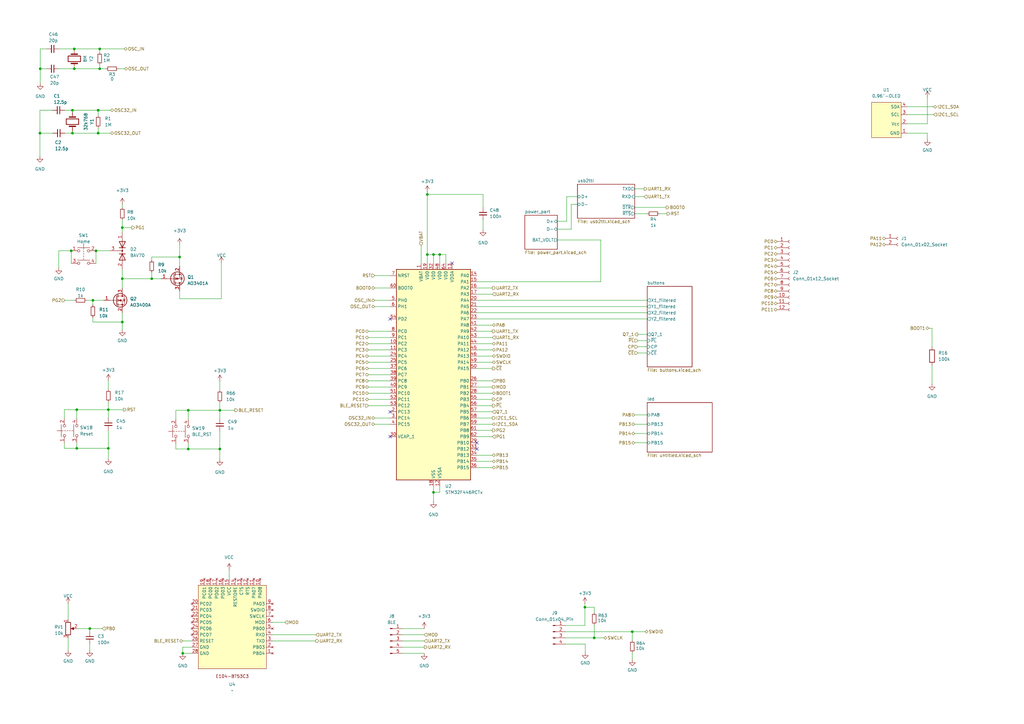
<source format=kicad_sch>
(kicad_sch (version 20231120) (generator "eeschema") (generator_version "8.0")
  (paper "A3")
  (lib_symbols
    (symbol "+3V3_1" (power) (pin_names (offset 0))
      (property "Value" "+3V3" (at 0 3.556 0))
      (symbol "+3V3_1_1_1"
        (pin power_in line (at 0 0 90) (length 0) hide (name "+3V3") (number "1"))
      )
    )
    (symbol "Connector:Conn_01x02_Socket" (pin_names (offset 1.016) hide)
      (property "Reference" "J" (at 0 2.54 0))
      (property "Value" "Conn_01x02_Socket" (at 0 -5.08 0))
      (symbol "Conn_01x02_Socket_1_1"
        (pin passive line (at -5.08 0 0) (length 3.81) (name "Pin_1") (number "1"))
        (pin passive line (at -5.08 -2.54 0) (length 3.81) (name "Pin_2") (number "2"))
      )
    )
    (symbol "Connector:Conn_01x04_Pin" (pin_names (offset 1.016) hide)
      (property "Reference" "J" (at 0 5.08 0))
      (property "Value" "Conn_01x04_Pin" (at 0 -7.62 0))
      (symbol "Conn_01x04_Pin_1_1"
        (pin passive line (at 5.08 2.54 180) (length 3.81) (name "Pin_1") (number "1"))
        (pin passive line (at 5.08 0 180) (length 3.81) (name "Pin_2") (number "2"))
        (pin passive line (at 5.08 -2.54 180) (length 3.81) (name "Pin_3") (number "3"))
        (pin passive line (at 5.08 -5.08 180) (length 3.81) (name "Pin_4") (number "4"))
      )
    )
    (symbol "Connector:Conn_01x05_Pin" (pin_names (offset 1.016) hide)
      (property "Reference" "J" (at 0 7.62 0))
      (property "Value" "Conn_01x05_Pin" (at 0 -7.62 0))
      (symbol "Conn_01x05_Pin_1_1"
        (pin passive line (at 5.08 5.08 180) (length 3.81) (name "Pin_1") (number "1"))
        (pin passive line (at 5.08 2.54 180) (length 3.81) (name "Pin_2") (number "2"))
        (pin passive line (at 5.08 0 180) (length 3.81) (name "Pin_3") (number "3"))
        (pin passive line (at 5.08 -2.54 180) (length 3.81) (name "Pin_4") (number "4"))
        (pin passive line (at 5.08 -5.08 180) (length 3.81) (name "Pin_5") (number "5"))
      )
    )
    (symbol "Connector:Conn_01x12_Socket" (pin_names (offset 1.016) hide)
      (property "Reference" "J" (at 0 15.24 0))
      (property "Value" "Conn_01x12_Socket" (at 0 -17.78 0))
      (symbol "Conn_01x12_Socket_1_1"
        (pin passive line (at -5.08 12.7 0) (length 3.81) (name "Pin_1") (number "1"))
        (pin passive line (at -5.08 -10.16 0) (length 3.81) (name "Pin_10") (number "10"))
        (pin passive line (at -5.08 -12.7 0) (length 3.81) (name "Pin_11") (number "11"))
        (pin passive line (at -5.08 -15.24 0) (length 3.81) (name "Pin_12") (number "12"))
        (pin passive line (at -5.08 10.16 0) (length 3.81) (name "Pin_2") (number "2"))
        (pin passive line (at -5.08 7.62 0) (length 3.81) (name "Pin_3") (number "3"))
        (pin passive line (at -5.08 5.08 0) (length 3.81) (name "Pin_4") (number "4"))
        (pin passive line (at -5.08 2.54 0) (length 3.81) (name "Pin_5") (number "5"))
        (pin passive line (at -5.08 0 0) (length 3.81) (name "Pin_6") (number "6"))
        (pin passive line (at -5.08 -2.54 0) (length 3.81) (name "Pin_7") (number "7"))
        (pin passive line (at -5.08 -5.08 0) (length 3.81) (name "Pin_8") (number "8"))
        (pin passive line (at -5.08 -7.62 0) (length 3.81) (name "Pin_9") (number "9"))
      )
    )
    (symbol "Device:C_Small" (pin_numbers hide) (pin_names (offset 0.254) hide)
      (property "Reference" "C" (at 0.254 1.778 0))
      (property "Value" "C_Small" (at 0.254 -2.032 0))
      (symbol "C_Small_1_1"
        (pin passive line (at 0 2.54 270) (length 2.032) (name "~") (number "1"))
        (pin passive line (at 0 -2.54 90) (length 2.032) (name "~") (number "2"))
      )
    )
    (symbol "Device:Crystal" (pin_numbers hide) (pin_names (offset 1.016) hide)
      (property "Reference" "Y" (at 0 3.81 0))
      (property "Value" "Crystal" (at 0 -3.81 0))
      (symbol "Crystal_1_1"
        (pin passive line (at -3.81 0 0) (length 1.27) (name "1") (number "1"))
        (pin passive line (at 3.81 0 180) (length 1.27) (name "2") (number "2"))
      )
    )
    (symbol "Device:R" (pin_numbers hide) (pin_names (offset 0))
      (property "Reference" "R" (at 2.032 0 90))
      (property "Value" "R" (at 0 0 90))
      (symbol "R_1_1"
        (pin passive line (at 0 3.81 270) (length 1.27) (name "~") (number "1"))
        (pin passive line (at 0 -3.81 90) (length 1.27) (name "~") (number "2"))
      )
    )
    (symbol "Device:R_Potentiometer" (pin_names (offset 1.016) hide)
      (property "Reference" "RV" (at -4.445 0 90))
      (property "Value" "R_Potentiometer" (at -2.54 0 90))
      (symbol "R_Potentiometer_1_1"
        (pin passive line (at 0 3.81 270) (length 1.27) (name "1") (number "1"))
        (pin passive line (at 3.81 0 180) (length 1.27) (name "2") (number "2"))
        (pin passive line (at 0 -3.81 90) (length 1.27) (name "3") (number "3"))
      )
    )
    (symbol "Device:R_Small" (pin_numbers hide) (pin_names (offset 0.254) hide)
      (property "Reference" "R" (at 0.762 0.508 0))
      (property "Value" "R_Small" (at 0.762 -1.016 0))
      (symbol "R_Small_1_1"
        (pin passive line (at 0 2.54 270) (length 0.762) (name "~") (number "1"))
        (pin passive line (at 0 -2.54 90) (length 0.762) (name "~") (number "2"))
      )
    )
    (symbol "Diode:BAV70" (pin_names hide)
      (property "Reference" "D" (at 0.635 -2.54 0))
      (property "Value" "BAV70" (at 0 2.54 0))
      (symbol "BAV70_0_1"
        (pin passive line (at -7.62 0 0) (length 3.81) (name "A") (number "1"))
        (pin passive line (at 7.62 0 180) (length 3.81) (name "A") (number "2"))
        (pin passive line (at 0 -5.08 90) (length 2.54) (name "K") (number "3"))
      )
    )
    (symbol "GND_1" (power) (pin_names (offset 0))
      (property "Value" "GND" (at 0 -3.81 0))
      (symbol "GND_1_1_1"
        (pin power_in line (at 0 0 270) (length 0) hide (name "GND") (number "1"))
      )
    )
    (symbol "GND_2" (power) (pin_names (offset 0))
      (property "Value" "GND" (at 0 -3.81 0))
      (symbol "GND_2_1_1"
        (pin power_in line (at 0 0 270) (length 0) hide (name "GND") (number "1"))
      )
    )
    (symbol "GND_3" (power) (pin_names (offset 0))
      (property "Value" "GND" (at 0 -3.81 0))
      (symbol "GND_3_1_1"
        (pin power_in line (at 0 0 270) (length 0) hide (name "GND") (number "1"))
      )
    )
    (symbol "IVE:0.96{dblquote}-OLED"
      (property "Reference" "U" (at 1.905 3.175 0))
      (property "Value" "0.96{dblquote}-OLED" (at 5.08 1.27 0))
      (symbol "0.96{dblquote}-OLED_1_1"
        (pin power_out line (at 1.905 -14.605 90) (length 2.54) (name "GND") (number "1"))
        (pin power_in line (at 5.715 -14.605 90) (length 2.54) (name "Vcc") (number "2"))
        (pin bidirectional line (at 9.525 -14.605 90) (length 2.54) (name "SCL") (number "3"))
        (pin bidirectional line (at 12.7 -14.605 90) (length 2.54) (name "SDA") (number "4"))
      )
    )
    (symbol "IVE:E104-BT53C3"
      (property "Reference" "U" (at 0 17.78 0))
      (symbol "E104-BT53C3_1_1"
        (text "E104-BT53C3" (at 0 19.558 0) (effects (font (size 1.27 1.27))))
        (pin no_connect line (at -16.51 10.16 0) (length 2.54) (name "PB04") (number "1"))
        (pin no_connect line (at -11.43 -20.32 90) (length 2.54) (name "PA08") (number "10"))
        (pin no_connect line (at -8.89 -20.32 90) (length 2.54) (name "PA07") (number "11"))
        (pin no_connect line (at -6.35 -20.32 90) (length 2.54) (name "RTS") (number "12"))
        (pin no_connect line (at -3.81 -20.32 90) (length 2.54) (name "CTS") (number "13"))
        (pin no_connect line (at -1.27 -20.32 90) (length 2.54) (name "RESTORE") (number "14"))
        (pin power_in line (at 1.27 -20.32 90) (length 2.54) (name "VCC") (number "15"))
        (pin no_connect line (at 3.81 -20.32 90) (length 2.54) (name "PD03") (number "16"))
        (pin no_connect line (at 6.35 -20.32 90) (length 2.54) (name "PD02") (number "17"))
        (pin no_connect line (at 8.89 -20.32 90) (length 2.54) (name "PC00") (number "18"))
        (pin no_connect line (at 11.43 -20.32 90) (length 2.54) (name "PC01") (number "19"))
        (pin no_connect line (at -16.51 7.62 0) (length 2.54) (name "PB03") (number "2"))
        (pin no_connect line (at 16.51 -10.16 180) (length 2.54) (name "PC02") (number "20"))
        (pin no_connect line (at 16.51 -7.62 180) (length 2.54) (name "PC03") (number "21"))
        (pin no_connect line (at 16.51 -5.08 180) (length 2.54) (name "PC04") (number "22"))
        (pin no_connect line (at 16.51 -2.54 180) (length 2.54) (name "PC05") (number "23"))
        (pin no_connect line (at 16.51 0 180) (length 2.54) (name "PC06") (number "24"))
        (pin no_connect line (at 16.51 2.54 180) (length 2.54) (name "PC07") (number "25"))
        (pin bidirectional line (at 16.51 5.08 180) (length 2.54) (name "RESET") (number "26"))
        (pin power_in line (at 16.51 7.62 180) (length 2.54) (name "GND") (number "27"))
        (pin power_in line (at 16.51 10.16 180) (length 2.54) (name "GND") (number "28"))
        (pin output line (at -16.51 5.08 0) (length 2.54) (name "TXD") (number "3"))
        (pin input line (at -16.51 2.54 0) (length 2.54) (name "RXD") (number "4"))
        (pin no_connect line (at -16.51 0 0) (length 2.54) (name "PB00") (number "5"))
        (pin input line (at -16.51 -2.54 0) (length 2.54) (name "MOD") (number "6"))
        (pin no_connect line (at -16.51 -5.08 0) (length 2.54) (name "SWCLK") (number "7"))
        (pin no_connect line (at -16.51 -7.62 0) (length 2.54) (name "SWDIO") (number "8"))
        (pin no_connect line (at -16.51 -10.16 0) (length 2.54) (name "PA03") (number "9"))
      )
    )
    (symbol "MCU_ST_STM32F4:STM32F446RCTx"
      (property "Reference" "U" (at -15.24 44.45 0))
      (property "Value" "STM32F446RCTx" (at 10.16 44.45 0))
      (symbol "STM32F446RCTx_1_1"
        (pin power_in line (at -5.08 45.72 270) (length 2.54) (name "VBAT") (number "1"))
        (pin bidirectional line (at -17.78 12.7 0) (length 2.54) (name "PC2") (number "10"))
        (pin bidirectional line (at -17.78 10.16 0) (length 2.54) (name "PC3") (number "11"))
        (pin power_in line (at 2.54 -45.72 90) (length 2.54) (name "VSSA") (number "12"))
        (pin power_in line (at 7.62 45.72 270) (length 2.54) (name "VDDA") (number "13"))
        (pin bidirectional line (at 17.78 40.64 180) (length 2.54) (name "PA0") (number "14"))
        (pin bidirectional line (at 17.78 38.1 180) (length 2.54) (name "PA1") (number "15"))
        (pin bidirectional line (at 17.78 35.56 180) (length 2.54) (name "PA2") (number "16"))
        (pin bidirectional line (at 17.78 33.02 180) (length 2.54) (name "PA3") (number "17"))
        (pin power_in line (at 0 -45.72 90) (length 2.54) (name "VSS") (number "18"))
        (pin power_in line (at -2.54 45.72 270) (length 2.54) (name "VDD") (number "19"))
        (pin bidirectional line (at -17.78 -15.24 0) (length 2.54) (name "PC13") (number "2"))
        (pin bidirectional line (at 17.78 30.48 180) (length 2.54) (name "PA4") (number "20"))
        (pin bidirectional line (at 17.78 27.94 180) (length 2.54) (name "PA5") (number "21"))
        (pin bidirectional line (at 17.78 25.4 180) (length 2.54) (name "PA6") (number "22"))
        (pin bidirectional line (at 17.78 22.86 180) (length 2.54) (name "PA7") (number "23"))
        (pin bidirectional line (at -17.78 7.62 0) (length 2.54) (name "PC4") (number "24"))
        (pin bidirectional line (at -17.78 5.08 0) (length 2.54) (name "PC5") (number "25"))
        (pin bidirectional line (at 17.78 -2.54 180) (length 2.54) (name "PB0") (number "26"))
        (pin bidirectional line (at 17.78 -5.08 180) (length 2.54) (name "PB1") (number "27"))
        (pin bidirectional line (at 17.78 -7.62 180) (length 2.54) (name "PB2") (number "28"))
        (pin bidirectional line (at 17.78 -27.94 180) (length 2.54) (name "PB10") (number "29"))
        (pin bidirectional line (at -17.78 -17.78 0) (length 2.54) (name "PC14") (number "3"))
        (pin power_out line (at -17.78 -25.4 0) (length 2.54) (name "VCAP_1") (number "30"))
        (pin passive line (at 0 -45.72 90) (length 2.54) hide (name "VSS") (number "31"))
        (pin power_in line (at 0 45.72 270) (length 2.54) (name "VDD") (number "32"))
        (pin bidirectional line (at 17.78 -30.48 180) (length 2.54) (name "PB12") (number "33"))
        (pin bidirectional line (at 17.78 -33.02 180) (length 2.54) (name "PB13") (number "34"))
        (pin bidirectional line (at 17.78 -35.56 180) (length 2.54) (name "PB14") (number "35"))
        (pin bidirectional line (at 17.78 -38.1 180) (length 2.54) (name "PB15") (number "36"))
        (pin bidirectional line (at -17.78 2.54 0) (length 2.54) (name "PC6") (number "37"))
        (pin bidirectional line (at -17.78 0 0) (length 2.54) (name "PC7") (number "38"))
        (pin bidirectional line (at -17.78 -2.54 0) (length 2.54) (name "PC8") (number "39"))
        (pin bidirectional line (at -17.78 -20.32 0) (length 2.54) (name "PC15") (number "4"))
        (pin bidirectional line (at -17.78 -5.08 0) (length 2.54) (name "PC9") (number "40"))
        (pin bidirectional line (at 17.78 20.32 180) (length 2.54) (name "PA8") (number "41"))
        (pin bidirectional line (at 17.78 17.78 180) (length 2.54) (name "PA9") (number "42"))
        (pin bidirectional line (at 17.78 15.24 180) (length 2.54) (name "PA10") (number "43"))
        (pin bidirectional line (at 17.78 12.7 180) (length 2.54) (name "PA11") (number "44"))
        (pin bidirectional line (at 17.78 10.16 180) (length 2.54) (name "PA12") (number "45"))
        (pin bidirectional line (at 17.78 7.62 180) (length 2.54) (name "PA13") (number "46"))
        (pin passive line (at 0 -45.72 90) (length 2.54) hide (name "VSS") (number "47"))
        (pin power_in line (at 2.54 45.72 270) (length 2.54) (name "VDD") (number "48"))
        (pin bidirectional line (at 17.78 5.08 180) (length 2.54) (name "PA14") (number "49"))
        (pin bidirectional line (at -17.78 30.48 0) (length 2.54) (name "PH0") (number "5"))
        (pin bidirectional line (at 17.78 2.54 180) (length 2.54) (name "PA15") (number "50"))
        (pin bidirectional line (at -17.78 -7.62 0) (length 2.54) (name "PC10") (number "51"))
        (pin bidirectional line (at -17.78 -10.16 0) (length 2.54) (name "PC11") (number "52"))
        (pin bidirectional line (at -17.78 -12.7 0) (length 2.54) (name "PC12") (number "53"))
        (pin bidirectional line (at -17.78 22.86 0) (length 2.54) (name "PD2") (number "54"))
        (pin bidirectional line (at 17.78 -10.16 180) (length 2.54) (name "PB3") (number "55"))
        (pin bidirectional line (at 17.78 -12.7 180) (length 2.54) (name "PB4") (number "56"))
        (pin bidirectional line (at 17.78 -15.24 180) (length 2.54) (name "PB5") (number "57"))
        (pin bidirectional line (at 17.78 -17.78 180) (length 2.54) (name "PB6") (number "58"))
        (pin bidirectional line (at 17.78 -20.32 180) (length 2.54) (name "PB7") (number "59"))
        (pin bidirectional line (at -17.78 27.94 0) (length 2.54) (name "PH1") (number "6"))
        (pin input line (at -17.78 35.56 0) (length 2.54) (name "BOOT0") (number "60"))
        (pin bidirectional line (at 17.78 -22.86 180) (length 2.54) (name "PB8") (number "61"))
        (pin bidirectional line (at 17.78 -25.4 180) (length 2.54) (name "PB9") (number "62"))
        (pin passive line (at 0 -45.72 90) (length 2.54) hide (name "VSS") (number "63"))
        (pin power_in line (at 5.08 45.72 270) (length 2.54) (name "VDD") (number "64"))
        (pin input line (at -17.78 40.64 0) (length 2.54) (name "NRST") (number "7"))
        (pin bidirectional line (at -17.78 17.78 0) (length 2.54) (name "PC0") (number "8"))
        (pin bidirectional line (at -17.78 15.24 0) (length 2.54) (name "PC1") (number "9"))
      )
    )
    (symbol "Switch:SW_Push_Dual" (pin_names (offset 1.016) hide)
      (property "Reference" "SW" (at 1.27 2.54 0))
      (property "Value" "SW_Push_Dual" (at 0 -6.858 0))
      (symbol "SW_Push_Dual_0_1"
        (pin passive line (at -5.08 0 0) (length 2.54) (name "1") (number "1"))
        (pin passive line (at 5.08 0 180) (length 2.54) (name "2") (number "2"))
        (pin passive line (at -5.08 -5.08 0) (length 2.54) (name "3") (number "3"))
        (pin passive line (at 5.08 -5.08 180) (length 2.54) (name "4") (number "4"))
      )
    )
    (symbol "Transistor_FET:AO3400A" (pin_names hide)
      (property "Reference" "Q" (at 5.08 1.905 0))
      (property "Value" "AO3400A" (at 5.08 0 0))
      (symbol "AO3400A_1_1"
        (pin input line (at -5.08 0 0) (length 2.54) (name "G") (number "1"))
        (pin passive line (at 2.54 -5.08 90) (length 2.54) (name "S") (number "2"))
        (pin passive line (at 2.54 5.08 270) (length 2.54) (name "D") (number "3"))
      )
    )
    (symbol "Transistor_FET:AO3401A" (pin_names hide)
      (property "Reference" "Q" (at 5.08 1.905 0))
      (property "Value" "AO3401A" (at 5.08 0 0))
      (symbol "AO3401A_1_1"
        (pin input line (at -5.08 0 0) (length 2.54) (name "G") (number "1"))
        (pin passive line (at 2.54 -5.08 90) (length 2.54) (name "S") (number "2"))
        (pin passive line (at 2.54 5.08 270) (length 2.54) (name "D") (number "3"))
      )
    )
    (symbol "power:+3V3" (power) (pin_names (offset 0))
      (property "Value" "+3V3" (at 0 3.556 0))
      (symbol "+3V3_1_1"
        (pin power_in line (at 0 0 90) (length 0) hide (name "+3V3") (number "1"))
      )
    )
    (symbol "power:GND" (power) (pin_names (offset 0))
      (property "Value" "GND" (at 0 -3.81 0))
      (symbol "GND_1_1"
        (pin power_in line (at 0 0 270) (length 0) hide (name "GND") (number "1"))
      )
    )
    (symbol "power:VCC" (power) (pin_names (offset 0))
      (property "Value" "VCC" (at 0 3.81 0))
      (symbol "VCC_1_1"
        (pin power_in line (at 0 0 90) (length 0) hide (name "VCC") (number "1"))
      )
    )
  )
  (junction (at 50.165 93.345))
  (junction (at 175.26 104.394))
  (junction (at 40.894 20.066))
  (junction (at 77.216 184.15))
  (junction (at 177.8 201.93))
  (junction (at 31.496 183.896))
  (junction (at 40.259 45.212))
  (junction (at 16.51 28.194))
  (junction (at 77.216 168.275))
  (junction (at 175.26 79.756))
  (junction (at 50.165 132.08))
  (junction (at 40.259 54.61))
  (junction (at 29.718 45.212))
  (junction (at 44.45 183.896))
  (junction (at 30.48 20.066))
  (junction (at 29.718 54.61))
  (junction (at 259.334 259.08))
  (junction (at 177.8 104.394))
  (junction (at 50.165 114.3))
  (junction (at 243.713 261.62))
  (junction (at 39.37 102.87))
  (junction (at 40.894 28.194))
  (junction (at 44.45 168.021))
  (junction (at 38.1 123.19))
  (junction (at 16.383 54.61))
  (junction (at 36.83 257.81))
  (junction (at 62.23 114.3))
  (junction (at 90.17 184.15))
  (junction (at 239.903 249.047))
  (junction (at 180.34 104.394))
  (junction (at 73.66 105.41))
  (junction (at 90.17 168.275))
  (junction (at 30.48 28.194))
  (junction (at 74.93 267.97))
  (junction (at 29.21 102.87))
  (junction (at 31.496 168.021))
  (no_connect (at 195.58 184.15))
  (no_connect (at 160.02 168.91))
  (no_connect (at 160.02 179.07))
  (no_connect (at 195.58 181.61))
  (no_connect (at 185.42 107.95))
  (no_connect (at 160.02 130.81))
  (wire (pts (xy 201.93 120.65) (xy 195.58 120.65)))
  (wire (pts (xy 173.99 265.43) (xy 165.1 265.43)))
  (wire (pts (xy 40.894 20.066) (xy 50.927 20.066)))
  (wire (pts (xy 239.903 256.54) (xy 231.902 256.54)))
  (wire (pts (xy 201.93 146.05) (xy 195.58 146.05)))
  (wire (pts (xy 380.365 50.8) (xy 372.11 50.8)))
  (wire (pts (xy 259.334 259.08) (xy 259.334 262.636)))
  (wire (pts (xy 180.34 107.95) (xy 180.34 104.394)))
  (wire (pts (xy 260.35 87.63) (xy 265.43 87.63)))
  (wire (pts (xy 30.48 28.194) (xy 40.894 28.194)))
  (wire (pts (xy 151.13 135.89) (xy 160.02 135.89)))
  (wire (pts (xy 175.26 78.74) (xy 175.26 79.756)))
  (wire (pts (xy 243.713 251.206) (xy 243.713 249.047)))
  (wire (pts (xy 77.216 168.275) (xy 72.136 168.275)))
  (wire (pts (xy 175.26 104.394) (xy 175.26 107.95)))
  (wire (pts (xy 93.98 233.68) (xy 93.98 237.49)))
  (wire (pts (xy 50.165 114.3) (xy 50.165 118.11)))
  (wire (pts (xy 372.11 46.99) (xy 382.905 46.99)))
  (wire (pts (xy 380.365 54.61) (xy 380.365 57.15)))
  (wire (pts (xy 260.35 173.99) (xy 265.43 173.99)))
  (wire (pts (xy 175.26 79.756) (xy 175.26 104.394)))
  (wire (pts (xy 38.1 130.175) (xy 38.1 132.08)))
  (wire (pts (xy 26.416 168.021) (xy 26.416 171.577)))
  (wire (pts (xy 180.34 104.394) (xy 177.8 104.394)))
  (wire (pts (xy 151.13 153.67) (xy 160.02 153.67)))
  (wire (pts (xy 48.514 28.194) (xy 51.054 28.194)))
  (wire (pts (xy 151.13 156.21) (xy 160.02 156.21)))
  (wire (pts (xy 153.67 113.03) (xy 160.02 113.03)))
  (wire (pts (xy 231.902 264.16) (xy 240.03 264.16)))
  (wire (pts (xy 173.99 260.35) (xy 165.1 260.35)))
  (wire (pts (xy 228.6 90.805) (xy 232.41 90.805)))
  (wire (pts (xy 30.48 28.194) (xy 24.13 28.194)))
  (wire (pts (xy 27.94 261.62) (xy 27.94 266.7)))
  (wire (pts (xy 39.37 102.87) (xy 45.085 102.87)))
  (wire (pts (xy 151.13 143.51) (xy 160.02 143.51)))
  (wire (pts (xy 182.88 107.95) (xy 182.88 104.394)))
  (wire (pts (xy 151.13 161.29) (xy 160.02 161.29)))
  (wire (pts (xy 195.58 151.13) (xy 201.93 151.13)))
  (wire (pts (xy 36.83 257.81) (xy 36.83 259.08)))
  (wire (pts (xy 62.23 105.41) (xy 73.66 105.41)))
  (wire (pts (xy 177.8 107.95) (xy 177.8 104.394)))
  (wire (pts (xy 44.45 183.896) (xy 44.45 188.087)))
  (wire (pts (xy 372.11 43.815) (xy 382.905 43.815)))
  (wire (pts (xy 38.1 123.19) (xy 42.545 123.19)))
  (wire (pts (xy 44.45 168.021) (xy 50.546 168.021)))
  (wire (pts (xy 29.718 45.212) (xy 40.259 45.212)))
  (wire (pts (xy 260.35 80.645) (xy 264.16 80.645)))
  (wire (pts (xy 151.13 166.37) (xy 160.02 166.37)))
  (wire (pts (xy 40.894 20.066) (xy 40.894 21.463)))
  (wire (pts (xy 111.76 255.27) (xy 116.84 255.27)))
  (wire (pts (xy 77.216 184.15) (xy 72.136 184.15)))
  (wire (pts (xy 260.35 177.8) (xy 265.43 177.8)))
  (wire (pts (xy 40.259 45.212) (xy 45.339 45.212)))
  (wire (pts (xy 73.66 105.41) (xy 73.66 109.22)))
  (wire (pts (xy 165.1 257.81) (xy 173.99 257.81)))
  (wire (pts (xy 24.13 109.855) (xy 24.13 102.87)))
  (wire (pts (xy 50.165 128.27) (xy 50.165 132.08)))
  (wire (pts (xy 38.1 132.08) (xy 50.165 132.08)))
  (wire (pts (xy 29.21 102.87) (xy 29.21 107.95)))
  (wire (pts (xy 180.34 199.39) (xy 180.34 201.93)))
  (wire (pts (xy 50.165 83.82) (xy 50.165 85.09)))
  (wire (pts (xy 74.93 265.43) (xy 78.74 265.43)))
  (wire (pts (xy 90.805 122.555) (xy 73.66 122.555)))
  (wire (pts (xy 153.67 173.99) (xy 160.02 173.99)))
  (wire (pts (xy 260.35 77.47) (xy 264.16 77.47)))
  (wire (pts (xy 73.66 100.33) (xy 73.66 105.41)))
  (wire (pts (xy 195.58 130.81) (xy 265.43 130.81)))
  (wire (pts (xy 153.67 123.19) (xy 160.02 123.19)))
  (wire (pts (xy 177.8 205.74) (xy 177.8 201.93)))
  (wire (pts (xy 151.13 163.83) (xy 160.02 163.83)))
  (wire (pts (xy 151.13 138.43) (xy 160.02 138.43)))
  (wire (pts (xy 172.72 100.711) (xy 172.72 107.95)))
  (wire (pts (xy 177.8 201.93) (xy 177.8 199.39)))
  (wire (pts (xy 90.17 165.1) (xy 90.17 168.275)))
  (wire (pts (xy 175.26 79.756) (xy 198.12 79.756)))
  (wire (pts (xy 195.58 173.99) (xy 201.93 173.99)))
  (wire (pts (xy 153.67 125.73) (xy 160.02 125.73)))
  (wire (pts (xy 30.48 20.066) (xy 24.13 20.066)))
  (wire (pts (xy 201.93 161.29) (xy 195.58 161.29)))
  (wire (pts (xy 31.496 183.896) (xy 44.45 183.896)))
  (wire (pts (xy 50.165 114.3) (xy 62.23 114.3)))
  (wire (pts (xy 195.58 156.21) (xy 201.93 156.21)))
  (wire (pts (xy 90.17 156.337) (xy 90.17 160.02)))
  (wire (pts (xy 36.83 264.16) (xy 36.83 266.7)))
  (wire (pts (xy 232.41 80.645) (xy 236.855 80.645)))
  (wire (pts (xy 195.58 176.53) (xy 201.93 176.53)))
  (wire (pts (xy 201.93 135.89) (xy 195.58 135.89)))
  (wire (pts (xy 40.259 45.212) (xy 40.259 47.371)))
  (wire (pts (xy 111.76 260.35) (xy 129.54 260.35)))
  (wire (pts (xy 372.11 54.61) (xy 380.365 54.61)))
  (wire (pts (xy 29.718 46.101) (xy 29.718 45.212)))
  (wire (pts (xy 232.41 90.805) (xy 232.41 80.645)))
  (wire (pts (xy 35.56 123.19) (xy 38.1 123.19)))
  (wire (pts (xy 24.13 102.87) (xy 29.21 102.87)))
  (wire (pts (xy 50.165 90.17) (xy 50.165 93.345)))
  (wire (pts (xy 73.66 119.38) (xy 73.66 122.555)))
  (wire (pts (xy 62.23 105.41) (xy 62.23 106.68)))
  (wire (pts (xy 182.88 104.394) (xy 180.34 104.394)))
  (wire (pts (xy 29.718 54.61) (xy 40.259 54.61)))
  (wire (pts (xy 151.13 158.75) (xy 160.02 158.75)))
  (wire (pts (xy 30.48 27.94) (xy 30.48 28.194)))
  (wire (pts (xy 234.315 93.98) (xy 234.315 83.82)))
  (wire (pts (xy 151.13 146.05) (xy 160.02 146.05)))
  (wire (pts (xy 195.58 168.91) (xy 201.93 168.91)))
  (wire (pts (xy 16.51 28.194) (xy 16.51 20.066)))
  (wire (pts (xy 40.259 52.451) (xy 40.259 54.61)))
  (wire (pts (xy 228.6 98.425) (xy 246.428 98.425)))
  (wire (pts (xy 195.58 163.83) (xy 201.93 163.83)))
  (wire (pts (xy 165.1 267.97) (xy 173.99 267.97)))
  (wire (pts (xy 31.496 168.021) (xy 31.496 171.577)))
  (wire (pts (xy 74.93 267.97) (xy 74.93 265.43)))
  (wire (pts (xy 21.463 45.212) (xy 16.383 45.212)))
  (wire (pts (xy 195.58 128.27) (xy 265.43 128.27)))
  (wire (pts (xy 90.805 107.95) (xy 90.805 122.555)))
  (wire (pts (xy 260.35 170.18) (xy 265.43 170.18)))
  (wire (pts (xy 90.17 184.15) (xy 90.17 188.341)))
  (wire (pts (xy 381 134.62) (xy 382.27 134.62)))
  (wire (pts (xy 198.12 90.17) (xy 198.12 94.234)))
  (wire (pts (xy 30.48 20.066) (xy 40.894 20.066)))
  (wire (pts (xy 31.496 183.896) (xy 26.416 183.896)))
  (wire (pts (xy 201.93 186.69) (xy 195.58 186.69)))
  (wire (pts (xy 16.383 54.61) (xy 21.59 54.61)))
  (wire (pts (xy 62.23 114.3) (xy 66.04 114.3)))
  (wire (pts (xy 72.136 184.15) (xy 72.136 181.991)))
  (wire (pts (xy 77.216 181.991) (xy 77.216 184.15)))
  (wire (pts (xy 39.37 102.87) (xy 39.37 107.95)))
  (wire (pts (xy 36.83 257.81) (xy 41.91 257.81)))
  (wire (pts (xy 231.902 261.62) (xy 243.713 261.62)))
  (wire (pts (xy 180.34 201.93) (xy 177.8 201.93)))
  (wire (pts (xy 50.165 93.345) (xy 53.975 93.345)))
  (wire (pts (xy 201.93 133.35) (xy 195.58 133.35)))
  (wire (pts (xy 44.45 156.083) (xy 44.45 159.766)))
  (wire (pts (xy 50.165 132.08) (xy 50.165 135.255)))
  (wire (pts (xy 243.713 256.286) (xy 243.713 261.62)))
  (wire (pts (xy 77.216 168.275) (xy 90.17 168.275)))
  (wire (pts (xy 177.8 104.394) (xy 175.26 104.394)))
  (wire (pts (xy 201.93 191.77) (xy 195.58 191.77)))
  (wire (pts (xy 265.43 137.16) (xy 261.62 137.16)))
  (wire (pts (xy 72.136 168.275) (xy 72.136 171.831)))
  (wire (pts (xy 90.17 176.784) (xy 90.17 184.15)))
  (wire (pts (xy 260.35 181.61) (xy 265.43 181.61)))
  (wire (pts (xy 50.165 110.49) (xy 50.165 114.3)))
  (wire (pts (xy 74.93 267.97) (xy 78.74 267.97)))
  (wire (pts (xy 201.93 138.43) (xy 195.58 138.43)))
  (wire (pts (xy 16.51 28.194) (xy 19.05 28.194)))
  (wire (pts (xy 26.416 183.896) (xy 26.416 181.737)))
  (wire (pts (xy 90.17 168.275) (xy 90.17 171.704)))
  (wire (pts (xy 29.718 45.212) (xy 26.543 45.212)))
  (wire (pts (xy 382.27 134.62) (xy 382.27 142.24)))
  (wire (pts (xy 31.75 257.81) (xy 36.83 257.81)))
  (wire (pts (xy 31.496 168.021) (xy 44.45 168.021)))
  (wire (pts (xy 246.428 115.57) (xy 195.58 115.57)))
  (wire (pts (xy 259.334 267.716) (xy 259.334 270.51)))
  (wire (pts (xy 38.1 123.19) (xy 38.1 125.095)))
  (wire (pts (xy 111.76 262.89) (xy 129.54 262.89)))
  (wire (pts (xy 201.93 148.59) (xy 195.58 148.59)))
  (wire (pts (xy 44.45 176.53) (xy 44.45 183.896)))
  (wire (pts (xy 201.93 118.11) (xy 195.58 118.11)))
  (wire (pts (xy 231.902 259.08) (xy 259.334 259.08)))
  (wire (pts (xy 243.713 249.047) (xy 239.903 249.047)))
  (wire (pts (xy 151.13 151.13) (xy 160.02 151.13)))
  (wire (pts (xy 195.58 179.07) (xy 201.93 179.07)))
  (wire (pts (xy 201.93 189.23) (xy 195.58 189.23)))
  (wire (pts (xy 234.315 83.82) (xy 236.855 83.82)))
  (wire (pts (xy 151.13 148.59) (xy 160.02 148.59)))
  (wire (pts (xy 40.894 28.194) (xy 43.434 28.194)))
  (wire (pts (xy 243.713 261.62) (xy 247.65 261.62)))
  (wire (pts (xy 44.45 168.021) (xy 44.45 171.45)))
  (wire (pts (xy 44.45 164.846) (xy 44.45 168.021)))
  (wire (pts (xy 382.27 157.48) (xy 382.27 149.86)))
  (wire (pts (xy 246.428 98.425) (xy 246.428 115.57)))
  (wire (pts (xy 261.62 144.78) (xy 265.43 144.78)))
  (wire (pts (xy 198.12 79.756) (xy 198.12 85.09)))
  (wire (pts (xy 228.6 93.98) (xy 234.315 93.98)))
  (wire (pts (xy 50.165 93.345) (xy 50.165 95.25)))
  (wire (pts (xy 16.383 64.008) (xy 16.383 54.61)))
  (wire (pts (xy 77.216 168.275) (xy 77.216 171.831)))
  (wire (pts (xy 40.259 54.61) (xy 45.339 54.61)))
  (wire (pts (xy 173.99 262.89) (xy 165.1 262.89)))
  (wire (pts (xy 259.334 259.08) (xy 264.541 259.08)))
  (wire (pts (xy 201.93 143.51) (xy 195.58 143.51)))
  (wire (pts (xy 380.365 40.005) (xy 380.365 50.8)))
  (wire (pts (xy 26.67 123.19) (xy 30.48 123.19)))
  (wire (pts (xy 201.93 140.97) (xy 195.58 140.97)))
  (wire (pts (xy 239.903 249.047) (xy 239.903 256.54)))
  (wire (pts (xy 240.03 264.16) (xy 240.03 267.589)))
  (wire (pts (xy 153.67 171.45) (xy 160.02 171.45)))
  (wire (pts (xy 153.67 118.11) (xy 160.02 118.11)))
  (wire (pts (xy 77.216 184.15) (xy 90.17 184.15)))
  (wire (pts (xy 62.23 111.76) (xy 62.23 114.3)))
  (wire (pts (xy 151.13 140.97) (xy 160.02 140.97)))
  (wire (pts (xy 16.383 45.212) (xy 16.383 54.61)))
  (wire (pts (xy 31.496 168.021) (xy 26.416 168.021)))
  (wire (pts (xy 265.43 142.24) (xy 261.62 142.24)))
  (wire (pts (xy 16.51 20.066) (xy 19.05 20.066)))
  (wire (pts (xy 195.58 158.75) (xy 201.93 158.75)))
  (wire (pts (xy 195.58 166.37) (xy 201.93 166.37)))
  (wire (pts (xy 265.43 139.7) (xy 261.62 139.7)))
  (wire (pts (xy 29.718 54.61) (xy 26.67 54.61)))
  (wire (pts (xy 16.51 34.163) (xy 16.51 28.194)))
  (wire (pts (xy 195.58 125.73) (xy 265.43 125.73)))
  (wire (pts (xy 40.894 26.543) (xy 40.894 28.194)))
  (wire (pts (xy 195.58 123.19) (xy 265.43 123.19)))
  (wire (pts (xy 27.94 247.65) (xy 27.94 254)))
  (wire (pts (xy 30.48 20.066) (xy 30.48 20.32)))
  (wire (pts (xy 29.718 53.721) (xy 29.718 54.61)))
  (wire (pts (xy 260.35 85.09) (xy 273.177 85.09)))
  (wire (pts (xy 31.496 181.737) (xy 31.496 183.896)))
  (wire (pts (xy 74.93 262.89) (xy 78.74 262.89)))
  (wire (pts (xy 270.51 87.63) (xy 273.558 87.63)))
  (wire (pts (xy 195.58 171.45) (xy 201.93 171.45)))
  (wire (pts (xy 239.903 247.65) (xy 239.903 249.047)))
  (wire (pts (xy 90.17 168.275) (xy 96.266 168.275)))
  (hierarchical_label "PB15" (shape bidirectional) (at 201.93 191.77 0))
  (hierarchical_label "I2C1_SCL" (shape input) (at 382.905 46.99 0))
  (hierarchical_label "OSC_IN" (shape bidirectional) (at 50.927 20.066 0))
  (hierarchical_label "OSC_OUT" (shape bidirectional) (at 153.67 125.73 180))
  (hierarchical_label "RST" (shape output) (at 273.558 87.63 0))
  (hierarchical_label "CP" (shape output) (at 201.93 163.83 0))
  (hierarchical_label "UART2_TX" (shape input) (at 129.54 260.35 0))
  (hierarchical_label "PA11" (shape bidirectional) (at 201.93 140.97 0))
  (hierarchical_label "PC2" (shape bidirectional) (at 151.13 140.97 180))
  (hierarchical_label "PC6" (shape bidirectional) (at 318.77 114.3 180))
  (hierarchical_label "PC3" (shape bidirectional) (at 318.77 106.68 180))
  (hierarchical_label "BLE_RESET" (shape bidirectional) (at 74.93 262.89 180))
  (hierarchical_label "PC8" (shape bidirectional) (at 318.77 119.38 180))
  (hierarchical_label "UART1_RX" (shape input) (at 201.93 138.43 0))
  (hierarchical_label "BOOT0" (shape output) (at 273.177 85.09 0))
  (hierarchical_label "PC10" (shape bidirectional) (at 151.13 161.29 180))
  (hierarchical_label "I2C1_SDA" (shape bidirectional) (at 382.905 43.815 0))
  (hierarchical_label "RST" (shape output) (at 50.546 168.021 0))
  (hierarchical_label "CP" (shape input) (at 261.62 142.24 180))
  (hierarchical_label "PB13" (shape bidirectional) (at 201.93 186.69 0))
  (hierarchical_label "OSC_OUT" (shape bidirectional) (at 51.054 28.194 0))
  (hierarchical_label "PC8" (shape bidirectional) (at 151.13 156.21 180))
  (hierarchical_label "PB14" (shape bidirectional) (at 260.35 177.8 180))
  (hierarchical_label "OSC32_IN" (shape bidirectional) (at 45.339 45.212 0))
  (hierarchical_label "~{CE}" (shape input) (at 261.62 144.78 180))
  (hierarchical_label "UART2_TX" (shape input) (at 173.99 262.89 0))
  (hierarchical_label "PC11" (shape bidirectional) (at 318.77 127 180))
  (hierarchical_label "UART2_RX" (shape output) (at 173.99 265.43 0))
  (hierarchical_label "PC0" (shape bidirectional) (at 318.77 99.06 180))
  (hierarchical_label "PC2" (shape bidirectional) (at 318.77 104.14 180))
  (hierarchical_label "~{CE}" (shape output) (at 201.93 151.13 0))
  (hierarchical_label "BLE_RESET" (shape output) (at 96.266 168.275 0))
  (hierarchical_label "PC9" (shape bidirectional) (at 151.13 158.75 180))
  (hierarchical_label "PC10" (shape bidirectional) (at 318.77 124.46 180))
  (hierarchical_label "PC4" (shape bidirectional) (at 151.13 146.05 180))
  (hierarchical_label "PC0" (shape bidirectional) (at 151.13 135.89 180))
  (hierarchical_label "UART1_TX" (shape output) (at 201.93 135.89 0))
  (hierarchical_label "PG2" (shape output) (at 201.93 176.53 0))
  (hierarchical_label "BOOT0" (shape bidirectional) (at 153.67 118.11 180))
  (hierarchical_label "PA8" (shape bidirectional) (at 260.35 170.18 180))
  (hierarchical_label "PC9" (shape bidirectional) (at 318.77 121.92 180))
  (hierarchical_label "SWCLK" (shape bidirectional) (at 201.93 148.59 0))
  (hierarchical_label "MOD" (shape input) (at 173.9442 260.35 0))
  (hierarchical_label "OSC32_OUT" (shape bidirectional) (at 45.339 54.61 0))
  (hierarchical_label "PG1" (shape output) (at 53.975 93.345 0))
  (hierarchical_label "MOD" (shape output) (at 201.93 158.75 0))
  (hierarchical_label "I2C1_SDA" (shape bidirectional) (at 201.93 173.99 0))
  (hierarchical_label "PB0" (shape input) (at 41.91 257.81 0))
  (hierarchical_label "OSC32_IN" (shape bidirectional) (at 153.67 171.45 180))
  (hierarchical_label "PC7" (shape bidirectional) (at 318.77 116.84 180))
  (hierarchical_label "SWDIO" (shape bidirectional) (at 201.93 146.05 0))
  (hierarchical_label "Q7_1" (shape output) (at 261.62 137.16 180))
  (hierarchical_label "PC1" (shape bidirectional) (at 318.77 101.6 180))
  (hierarchical_label "PG2" (shape input) (at 26.67 123.19 180))
  (hierarchical_label "UART1_RX" (shape output) (at 264.16 77.47 0))
  (hierarchical_label "UART2_TX" (shape output) (at 201.93 118.11 0))
  (hierarchical_label "OSC_IN" (shape bidirectional) (at 153.67 123.19 180))
  (hierarchical_label "PB13" (shape bidirectional) (at 260.35 173.99 180))
  (hierarchical_label "PA8" (shape bidirectional) (at 201.93 133.35 0))
  (hierarchical_label "PC1" (shape bidirectional) (at 151.13 138.43 180))
  (hierarchical_label "PA12" (shape bidirectional) (at 201.93 143.51 0))
  (hierarchical_label "PA11" (shape bidirectional) (at 363.22 97.79 180))
  (hierarchical_label "PB15" (shape bidirectional) (at 260.35 181.61 180))
  (hierarchical_label "UART2_RX" (shape output) (at 129.54 262.89 0))
  (hierarchical_label "UART1_TX" (shape input) (at 264.16 80.645 0))
  (hierarchical_label "UART2_RX" (shape input) (at 201.93 120.65 0))
  (hierarchical_label "BOOT1" (shape bidirectional) (at 381 134.62 180))
  (hierarchical_label "RST" (shape input) (at 153.67 113.03 180))
  (hierarchical_label "~{PL}" (shape input) (at 261.62 139.7 180))
  (hierarchical_label "BLE_RESET" (shape input) (at 151.13 166.37 180))
  (hierarchical_label "Q7_1" (shape input) (at 201.93 168.91 0))
  (hierarchical_label "PC5" (shape bidirectional) (at 151.13 148.59 180))
  (hierarchical_label "MOD" (shape input) (at 116.84 255.27 0))
  (hierarchical_label "PB14" (shape bidirectional) (at 201.93 189.23 0))
  (hierarchical_label "PC6" (shape bidirectional) (at 151.13 151.13 180))
  (hierarchical_label "I2C1_SCL" (shape output) (at 201.93 171.45 0))
  (hierarchical_label "PC3" (shape bidirectional) (at 151.13 143.51 180))
  (hierarchical_label "PC7" (shape bidirectional) (at 151.13 153.67 180))
  (hierarchical_label "SWDIO" (shape bidirectional) (at 264.541 259.08 0))
  (hierarchical_label "PC11" (shape bidirectional) (at 151.13 163.83 180))
  (hierarchical_label "PC5" (shape bidirectional) (at 318.77 111.76 180))
  (hierarchical_label "PG1" (shape input) (at 201.93 179.07 0))
  (hierarchical_label "BOOT1" (shape bidirectional) (at 201.93 161.29 0))
  (hierarchical_label "PC4" (shape bidirectional) (at 318.77 109.22 180))
  (hierarchical_label "PA12" (shape bidirectional) (at 363.22 100.33 180))
  (hierarchical_label "~{PL}" (shape output) (at 201.93 166.37 0))
  (hierarchical_label "VBAT" (shape input) (at 172.72 100.711 90))
  (hierarchical_label "SWCLK" (shape bidirectional) (at 247.65 261.62 0))
  (hierarchical_label "PB0" (shape input) (at 201.93 156.21 0))
  (hierarchical_label "OSC32_OUT" (shape bidirectional) (at 153.67 173.99 180))
  (symbol (lib_id "Device:R_Small") (at 50.165 87.63 180) (unit 1)
    (property "Reference" "R8" (at 52.07 86.995 0) (effects (justify right)))
    (property "Value" "10k" (at 52.07 89.535 0) (effects (justify right)))
    (property "Footprint" "Resistor_SMD:R_0603_1608Metric" (effects (hide yes)))
  )
  (symbol (lib_id "Device:C_Small") (at 90.17 174.244 0) (unit 1)
    (property "Reference" "C49" (at 93.345 172.9803 0) (effects (justify left)))
    (property "Value" "1u" (at 93.345 175.5203 0) (effects (justify left)))
    (property "Footprint" "Capacitor_SMD:C_0603_1608Metric" (effects (hide yes)))
  )
  (symbol (lib_name "+3V3_1") (lib_id "power:+3V3") (at 173.99 257.81 0) (unit 1)
    (property "Reference" "#PWR036" (effects (hide yes)))
    (property "Value" "+3V3" (at 173.99 252.73 0))
    (property "Description" "Power symbol creates a global label with name \"+3V3\"" (effects (hide yes)))
  )
  (symbol (lib_id "power:+3V3") (at 50.165 83.82 0) (unit 1)
    (property "Reference" "#PWR017" (effects (hide yes)))
    (property "Value" "+3V3" (at 50.165 78.105 0))
  )
  (symbol (lib_id "Connector:Conn_01x12_Socket") (at 323.85 111.76 0) (unit 1)
    (property "Reference" "J2" (at 325.12 111.7599 0) (effects (justify left)))
    (property "Value" "Conn_01x12_Socket" (at 325.12 114.2999 0) (effects (justify left)))
    (property "Footprint" "Connector_PinSocket_2.54mm:PinSocket_1x12_P2.54mm_Vertical" (effects (hide yes)))
    (property "Description" "Generic connector, single row, 01x12, script generated" (effects (hide yes)))
  )
  (symbol (lib_id "power:GND") (at 380.365 57.15 0) (unit 1)
    (property "Reference" "#PWR09" (effects (hide yes)))
    (property "Value" "GND" (at 380.365 61.595 0))
  )
  (symbol (lib_id "power:+3V3") (at 90.17 156.337 0) (unit 1)
    (property "Reference" "#PWR0126" (effects (hide yes)))
    (property "Value" "+3V3" (at 90.17 152.019 0))
  )
  (symbol (lib_id "power:+3V3") (at 175.26 78.74 0) (unit 1)
    (property "Reference" "#PWR04" (effects (hide yes)))
    (property "Value" "+3V3" (at 175.26 74.422 0))
  )
  (symbol (lib_id "power:GND") (at 24.13 109.855 0) (unit 1)
    (property "Reference" "#PWR022" (effects (hide yes)))
    (property "Value" "GND" (at 24.13 114.3 0))
  )
  (symbol (lib_id "Device:R_Small") (at 267.97 87.63 90) (unit 1)
    (property "Reference" "R4" (at 267.97 89.916 90))
    (property "Value" "1k" (at 267.97 92.456 90))
    (property "Footprint" "Resistor_SMD:R_0603_1608Metric" (effects (hide yes)))
  )
  (symbol (lib_id "power:GND") (at 50.165 135.255 0) (unit 1)
    (property "Reference" "#PWR026" (effects (hide yes)))
    (property "Value" "GND" (at 50.165 139.7 0))
  )
  (symbol (lib_id "Device:C_Small") (at 24.003 45.212 270) (unit 1)
    (property "Reference" "C1" (at 21.971 39.37 90) (effects (justify left)))
    (property "Value" "12.5p" (at 21.971 41.91 90) (effects (justify left)))
    (property "Footprint" "Capacitor_SMD:C_0603_1608Metric" (effects (hide yes)))
  )
  (symbol (lib_id "Device:R_Potentiometer") (at 27.94 257.81 0) (unit 1)
    (property "Reference" "RV1" (at 26.035 257.175 0) (effects (justify right)))
    (property "Value" "10k" (at 26.035 259.715 0) (effects (justify right)))
    (property "Footprint" "Connector_PinSocket_2.54mm:PinSocket_1x03_P2.54mm_Vertical" (effects (hide yes)))
  )
  (symbol (lib_id "power:GND") (at 16.51 34.163 0) (unit 1)
    (property "Reference" "#PWR03" (effects (hide yes)))
    (property "Value" "GND" (at 16.51 39.497 0))
  )
  (symbol (lib_id "Switch:SW_Push_Dual") (at 72.136 176.911 90) (unit 1)
    (property "Reference" "SW19" (at 78.74 175.6409 90) (effects (justify right)))
    (property "Value" "BLE_RST" (at 78.74 178.1809 90) (effects (justify right)))
    (property "Footprint" "IVE:SW-6-6" (effects (hide yes)))
  )
  (symbol (lib_id "Device:R_Small") (at 259.334 265.176 0) (unit 1)
    (property "Reference" "R64" (at 260.858 263.906 0) (effects (justify left)))
    (property "Value" "10k" (at 260.731 265.938 0) (effects (justify left)))
    (property "Footprint" "Resistor_SMD:R_0603_1608Metric" (effects (hide yes)))
  )
  (symbol (lib_id "power:GND") (at 177.8 205.74 0) (unit 1)
    (property "Reference" "#PWR07" (effects (hide yes)))
    (property "Value" "GND" (at 177.8 211.074 0))
  )
  (symbol (lib_id "IVE:E104-BT53C3") (at 95.25 257.81 180) (unit 1)
    (property "Reference" "U4" (at 95.25 280.67 0))
    (property "Value" "~" (at 95.25 283.21 0))
    (property "Footprint" "IVE:E104-BT53C3" (effects (hide yes)))
    (property "Datasheet" "https://www.cdebyte.com/products/E104-BT53C3" (effects (hide yes)))
  )
  (symbol (lib_id "Device:C_Small") (at 198.12 87.63 0) (unit 1)
    (property "Reference" "C48" (at 200.787 86.233 0) (effects (justify left)))
    (property "Value" "100n" (at 200.787 88.773 0) (effects (justify left)))
    (property "Footprint" "Capacitor_SMD:C_0603_1608Metric" (effects (hide yes)))
  )
  (symbol (lib_id "power:GND") (at 44.45 188.087 0) (unit 1)
    (property "Reference" "#PWR0118" (effects (hide yes)))
    (property "Value" "GND" (at 44.45 193.421 0))
  )
  (symbol (lib_name "GND_2") (lib_id "power:GND") (at 74.93 267.97 0) (unit 1)
    (property "Reference" "#PWR012" (effects (hide yes)))
    (property "Value" "GND" (at 74.93 273.05 0))
    (property "Description" "Power symbol creates a global label with name \"GND\" , ground" (effects (hide yes)))
  )
  (symbol (lib_id "Device:C_Small") (at 24.13 54.61 270) (unit 1)
    (property "Reference" "C2" (at 22.479 58.42 90) (effects (justify left)))
    (property "Value" "12.5p" (at 22.479 60.96 90) (effects (justify left)))
    (property "Footprint" "Capacitor_SMD:C_0603_1608Metric" (effects (hide yes)))
  )
  (symbol (lib_id "power:VCC") (at 380.365 40.005 0) (unit 1)
    (property "Reference" "#PWR02" (effects (hide yes)))
    (property "Value" "VCC" (at 380.365 36.83 0))
  )
  (symbol (lib_id "Connector:Conn_01x04_Pin") (at 226.822 259.08 0) (unit 1)
    (property "Reference" "J9" (at 227.457 251.46 0))
    (property "Value" "Conn_01x04_Pin" (at 227.457 254 0))
    (property "Footprint" "Connector_PinHeader_2.54mm:PinHeader_1x04_P2.54mm_Vertical" (effects (hide yes)))
  )
  (symbol (lib_id "Device:R_Small") (at 44.45 162.306 0) (unit 1)
    (property "Reference" "R17" (at 46.99 161.036 0) (effects (justify left)))
    (property "Value" "10k" (at 46.99 163.576 0) (effects (justify left)))
    (property "Footprint" "Resistor_SMD:R_0603_1608Metric" (effects (hide yes)))
  )
  (symbol (lib_id "power:VCC") (at 93.98 233.68 0) (unit 1)
    (property "Reference" "#PWR011" (effects (hide yes)))
    (property "Value" "VCC" (at 93.98 228.6 0))
    (property "Description" "Power symbol creates a global label with name \"VCC\"" (effects (hide yes)))
  )
  (symbol (lib_id "Device:Crystal") (at 30.48 24.13 270) (unit 1)
    (property "Reference" "Y2" (at 37.465 24.13 0))
    (property "Value" "8M" (at 34.925 24.13 0))
    (property "Footprint" "Crystal:Crystal_SMD_5032-2Pin_5.0x3.2mm" (effects (hide yes)))
  )
  (symbol (lib_id "power:+3V3") (at 239.903 247.65 0) (unit 1)
    (property "Reference" "#PWR0119" (effects (hide yes)))
    (property "Value" "+3V3" (at 239.903 243.332 0))
  )
  (symbol (lib_id "power:+3V3") (at 73.66 100.33 0) (unit 1)
    (property "Reference" "#PWR020" (effects (hide yes)))
    (property "Value" "+3V3" (at 73.66 94.615 0))
  )
  (symbol (lib_id "Device:R") (at 382.27 146.05 0) (unit 1)
    (property "Reference" "R16" (at 384.81 144.7799 0) (effects (justify left)))
    (property "Value" "100k" (at 384.81 147.3199 0) (effects (justify left)))
    (property "Footprint" "Resistor_SMD:R_0603_1608Metric" (effects (hide yes)))
    (property "Description" "Resistor" (effects (hide yes)))
  )
  (symbol (lib_id "Transistor_FET:AO3400A") (at 47.625 123.19 0) (unit 1)
    (property "Reference" "Q2" (at 53.34 122.555 0) (effects (justify left)))
    (property "Value" "AO3400A" (at 53.34 125.095 0) (effects (justify left)))
    (property "Footprint" "Package_TO_SOT_SMD:SOT-23" (effects (hide yes)))
    (property "Datasheet" "http://www.aosmd.com/pdfs/datasheet/AO3400A.pdf" (effects (hide yes)))
  )
  (symbol (lib_id "Switch:SW_Push_Dual") (at 34.29 102.87 0) (unit 1)
    (property "Reference" "SW1" (at 34.29 96.52 0))
    (property "Value" "Home" (at 34.29 99.06 0))
    (property "Footprint" "IVE:SW-6-6" (effects (hide yes)))
  )
  (symbol (lib_id "Device:R_Small") (at 40.259 49.911 0) (unit 1)
    (property "Reference" "R1" (at 42.926 48.641 0) (effects (justify left)))
    (property "Value" "1M" (at 42.926 51.181 0) (effects (justify left)))
    (property "Footprint" "Resistor_SMD:R_0603_1608Metric" (effects (hide yes)))
  )
  (symbol (lib_id "power:GND") (at 198.12 94.234 0) (unit 1)
    (property "Reference" "#PWR05" (effects (hide yes)))
    (property "Value" "GND" (at 198.12 99.568 0))
  )
  (symbol (lib_name "GND_3") (lib_id "power:GND") (at 382.27 157.48 0) (unit 1)
    (property "Reference" "#PWR050" (effects (hide yes)))
    (property "Value" "GND" (at 382.27 162.56 0))
    (property "Description" "Power symbol creates a global label with name \"GND\" , ground" (effects (hide yes)))
  )
  (symbol (lib_id "power:GND") (at 16.383 64.008 0) (unit 1)
    (property "Reference" "#PWR01" (effects (hide yes)))
    (property "Value" "GND" (at 16.383 69.342 0))
  )
  (symbol (lib_id "power:+3V3") (at 44.45 156.083 0) (unit 1)
    (property "Reference" "#PWR058" (effects (hide yes)))
    (property "Value" "+3V3" (at 44.45 151.765 0))
  )
  (symbol (lib_id "Device:R_Small") (at 243.713 253.746 0) (unit 1)
    (property "Reference" "R63" (at 245.237 252.476 0) (effects (justify left)))
    (property "Value" "10k" (at 245.11 254.508 0) (effects (justify left)))
    (property "Footprint" "Resistor_SMD:R_0603_1608Metric" (effects (hide yes)))
  )
  (symbol (lib_id "Device:R_Small") (at 45.974 28.194 90) (unit 1)
    (property "Reference" "R3" (at 45.974 30.48 90))
    (property "Value" "0" (at 45.974 32.385 90))
    (property "Footprint" "Resistor_SMD:R_0603_1608Metric" (effects (hide yes)))
  )
  (symbol (lib_id "power:GND") (at 240.03 267.589 0) (unit 1)
    (property "Reference" "#PWR0122" (effects (hide yes)))
    (property "Value" "GND" (at 240.03 271.907 0))
  )
  (symbol (lib_id "Device:C_Small") (at 21.59 28.194 270) (unit 1)
    (property "Reference" "C47" (at 20.447 31.496 90) (effects (justify left)))
    (property "Value" "20p" (at 20.447 34.036 90) (effects (justify left)))
    (property "Footprint" "Capacitor_SMD:C_0603_1608Metric" (effects (hide yes)))
  )
  (symbol (lib_id "Transistor_FET:AO3401A") (at 71.12 114.3 0) (mirror x) (unit 1)
    (property "Reference" "Q1" (at 76.835 113.665 0) (effects (justify left)))
    (property "Value" "AO3401A" (at 76.835 116.205 0) (effects (justify left)))
    (property "Footprint" "Package_TO_SOT_SMD:SOT-23" (effects (hide yes)))
    (property "Datasheet" "http://www.aosmd.com/pdfs/datasheet/AO3401A.pdf" (effects (hide yes)))
  )
  (symbol (lib_id "Device:R_Small") (at 62.23 109.22 180) (unit 1)
    (property "Reference" "R9" (at 64.77 108.585 0) (effects (justify right)))
    (property "Value" "10k" (at 64.77 111.125 0) (effects (justify right)))
    (property "Footprint" "Resistor_SMD:R_0603_1608Metric" (effects (hide yes)))
  )
  (symbol (lib_id "power:GND") (at 259.334 270.51 0) (unit 1)
    (property "Reference" "#PWR0123" (effects (hide yes)))
    (property "Value" "GND" (at 259.334 274.828 0))
  )
  (symbol (lib_name "GND_1") (lib_id "power:GND") (at 173.99 267.97 0) (unit 1)
    (property "Reference" "#PWR049" (effects (hide yes)))
    (property "Value" "GND" (at 173.99 273.05 0))
    (property "Description" "Power symbol creates a global label with name \"GND\" , ground" (effects (hide yes)))
  )
  (symbol (lib_id "IVE:0.96{dblquote}-OLED") (at 357.505 56.515 90) (unit 1)
    (property "Reference" "U1" (at 363.5375 36.83 90))
    (property "Value" "0.96\"-OLED" (at 363.5375 39.37 90))
    (property "Footprint" "IVE:0.96-OLED" (effects (hide yes)))
  )
  (symbol (lib_id "power:GND") (at 90.17 188.341 0) (unit 1)
    (property "Reference" "#PWR0127" (effects (hide yes)))
    (property "Value" "GND" (at 90.17 193.675 0))
  )
  (symbol (lib_id "Switch:SW_Push_Dual") (at 26.416 176.657 90) (unit 1)
    (property "Reference" "SW18" (at 32.766 175.3869 90) (effects (justify right)))
    (property "Value" "Reset" (at 32.766 177.9269 90) (effects (justify right)))
    (property "Footprint" "IVE:SW-6-6" (effects (hide yes)))
  )
  (symbol (lib_id "Connector:Conn_01x05_Pin") (at 160.02 262.89 0) (unit 1)
    (property "Reference" "J8" (at 160.655 252.73 0))
    (property "Value" "BLE" (at 160.655 255.27 0))
    (property "Footprint" "Connector_PinHeader_2.54mm:PinHeader_1x05_P2.54mm_Vertical" (effects (hide yes)))
    (property "Description" "Generic connector, single row, 01x05, script generated" (effects (hide yes)))
  )
  (symbol (lib_id "power:GND") (at 36.83 266.7 0) (unit 1)
    (property "Reference" "#PWR024" (effects (hide yes)))
    (property "Value" "GND" (at 36.83 271.145 0))
  )
  (symbol (lib_id "Connector:Conn_01x02_Socket") (at 368.3 97.79 0) (unit 1)
    (property "Reference" "J1" (at 369.57 97.7899 0) (effects (justify left)))
    (property "Value" "Conn_01x02_Socket" (at 369.57 100.3299 0) (effects (justify left)))
    (property "Footprint" "Connector_PinSocket_2.54mm:PinSocket_1x02_P2.54mm_Vertical" (effects (hide yes)))
    (property "Description" "Generic connector, single row, 01x02, script generated" (effects (hide yes)))
  )
  (symbol (lib_id "Device:R_Small") (at 38.1 127.635 180) (unit 1)
    (property "Reference" "R11" (at 40.64 127 0) (effects (justify right)))
    (property "Value" "10k" (at 40.64 129.54 0) (effects (justify right)))
    (property "Footprint" "Resistor_SMD:R_0603_1608Metric" (effects (hide yes)))
  )
  (symbol (lib_id "Diode:BAV70") (at 50.165 102.87 270) (unit 1)
    (property "Reference" "D2" (at 53.34 102.235 90) (effects (justify left)))
    (property "Value" "BAV70" (at 53.34 104.775 90) (effects (justify left)))
    (property "Footprint" "Package_TO_SOT_SMD:SOT-23" (effects (hide yes)))
    (property "Datasheet" "https://assets.nexperia.com/documents/data-sheet/BAV70_SER.pdf" (effects (hide yes)))
  )
  (symbol (lib_id "Device:C_Small") (at 21.59 20.066 270) (unit 1)
    (property "Reference" "C46" (at 19.939 14.097 90) (effects (justify left)))
    (property "Value" "20p" (at 19.939 16.637 90) (effects (justify left)))
    (property "Footprint" "Capacitor_SMD:C_0603_1608Metric" (effects (hide yes)))
  )
  (symbol (lib_id "Device:Crystal") (at 29.718 49.911 90) (unit 1)
    (property "Reference" "Y1" (at 37.719 49.911 0))
    (property "Value" "32k768" (at 35.179 49.911 0))
    (property "Footprint" "Crystal:Crystal_SMD_3215-2Pin_3.2x1.5mm" (effects (hide yes)))
  )
  (symbol (lib_id "power:VCC") (at 27.94 247.65 0) (unit 1)
    (property "Reference" "#PWR018" (effects (hide yes)))
    (property "Value" "VCC" (at 27.94 244.475 0))
  )
  (symbol (lib_id "MCU_ST_STM32F4:STM32F446RCTx") (at 177.8 153.67 0) (unit 1)
    (property "Reference" "U2" (at 182.5341 199.39 0) (effects (justify left)))
    (property "Value" "STM32F446RCTx" (at 182.5341 201.93 0) (effects (justify left)))
    (property "Footprint" "Package_QFP:LQFP-64_10x10mm_P0.5mm" (effects (hide yes)))
    (property "Datasheet" "https://www.st.com/resource/en/datasheet/stm32f446rc.pdf" (effects (hide yes)))
    (property "Description" "STMicroelectronics Arm Cortex-M4 MCU, 256KB flash, 128KB RAM, 180 MHz, 1.8-3.6V, 50 GPIO, LQFP64" (effects (hide yes)))
  )
  (symbol (lib_id "Device:C_Small") (at 36.83 261.62 0) (unit 1)
    (property "Reference" "C3" (at 40.005 260.9913 0) (effects (justify left)))
    (property "Value" "100n" (at 40.005 263.5313 0) (effects (justify left)))
    (property "Footprint" "Capacitor_SMD:C_0603_1608Metric" (effects (hide yes)))
  )
  (symbol (lib_id "Device:R_Small") (at 90.17 162.56 0) (unit 1)
    (property "Reference" "R66" (at 92.71 161.29 0) (effects (justify left)))
    (property "Value" "10k" (at 92.71 163.83 0) (effects (justify left)))
    (property "Footprint" "Resistor_SMD:R_0603_1608Metric" (effects (hide yes)))
  )
  (symbol (lib_id "power:GND") (at 27.94 266.7 0) (unit 1)
    (property "Reference" "#PWR023" (effects (hide yes)))
    (property "Value" "GND" (at 27.94 271.145 0))
  )
  (symbol (lib_id "power:VCC") (at 90.805 107.95 0) (unit 1)
    (property "Reference" "#PWR021" (effects (hide yes)))
    (property "Value" "VCC" (at 90.805 104.775 0))
  )
  (symbol (lib_id "Device:R_Small") (at 33.02 123.19 270) (unit 1)
    (property "Reference" "R10" (at 33.02 118.745 90))
    (property "Value" "1k" (at 33.02 121.285 90))
    (property "Footprint" "Resistor_SMD:R_0603_1608Metric" (effects (hide yes)))
  )
  (symbol (lib_id "Device:C_Small") (at 44.45 173.99 0) (unit 1)
    (property "Reference" "C45" (at 47.625 172.7263 0) (effects (justify left)))
    (property "Value" "1u" (at 47.625 175.2663 0) (effects (justify left)))
    (property "Footprint" "Capacitor_SMD:C_0603_1608Metric" (effects (hide yes)))
  )
  (symbol (lib_id "Device:R_Small") (at 40.894 24.003 0) (unit 1)
    (property "Reference" "R2" (at 42.418 22.733 0) (effects (justify left)))
    (property "Value" "1M" (at 42.291 24.765 0) (effects (justify left)))
    (property "Footprint" "Resistor_SMD:R_0603_1608Metric" (effects (hide yes)))
  )
  (sheet (at 236.855 75.565) (size 23.495 13.97) (stroke (width 0.1524))
    (property "Sheetname" "usb2ttl" (at 236.855 74.8534 0) (effects (justify left bottom)))
    (property "Sheetfile" "usb2ttl.kicad_sch" (at 236.855 90.1196 0) (effects (justify left top)))
    (pin "TXD" output (at 260.35 77.47 0))
    (pin "RXD" input (at 260.35 80.645 0))
    (pin "D-" bidirectional (at 236.855 83.82 180))
    (pin "D+" bidirectional (at 236.855 80.645 180))
    (pin "~{RTS}" output (at 260.35 87.63 0))
    (pin "~{DTR}" output (at 260.35 85.09 0))
  )
  (sheet (at 215.265 88.265) (size 13.335 13.97) (stroke (width 0.1524))
    (property "Sheetname" "power_part" (at 215.265 87.5534 0) (effects (justify left bottom)))
    (property "Sheetfile" "power_part.kicad_sch" (at 215.265 102.8196 0) (effects (justify left top)))
    (pin "D-" bidirectional (at 228.6 93.98 0))
    (pin "D+" bidirectional (at 228.6 90.805 0))
    (pin "BAT_VOLT" output (at 228.6 98.425 0))
  )
  (sheet (at 265.43 117.475) (size 18.415 33.02) (stroke (width 0.1524))
    (property "Sheetname" "buttons" (at 265.43 116.7634 0) (effects (justify left bottom)))
    (property "Sheetfile" "buttons.kicad_sch" (at 265.43 151.0796 0) (effects (justify left top)))
    (pin "CP" input (at 265.43 142.24 180))
    (pin "~{CE}" input (at 265.43 144.78 180))
    (pin "~{PL}" input (at 265.43 139.7 180))
    (pin "Q7_1" output (at 265.43 137.16 180))
    (pin "Y2_filtered" output (at 265.43 130.81 180))
    (pin "Y1_filtered" output (at 265.43 125.73 180))
    (pin "X1_filtered" output (at 265.43 123.19 180))
    (pin "X2_filtered" output (at 265.43 128.27 180))
  )
  (sheet (at 265.43 165.1) (size 26.67 20.32) (stroke (width 0.1524))
    (property "Sheetname" "led" (at 265.43 164.3884 0) (effects (justify left bottom)))
    (property "Sheetfile" "untitled.kicad_sch" (at 265.43 186.0046 0) (effects (justify left top)))
    (pin "PB13" bidirectional (at 265.43 173.99 180))
    (pin "PB14" bidirectional (at 265.43 177.8 180))
    (pin "PB15" bidirectional (at 265.43 181.61 180))
    (pin "PA8" bidirectional (at 265.43 170.18 180))
  )
)
</source>
